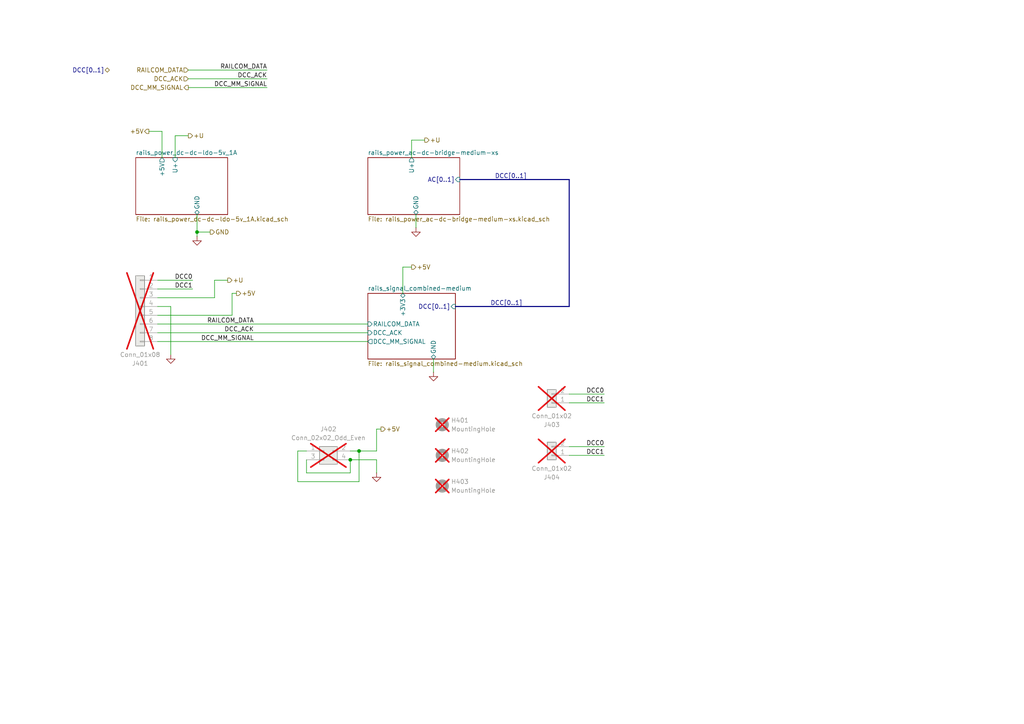
<source format=kicad_sch>
(kicad_sch (version 20231120) (generator "eeschema") (generator_version "8.0")
  (paper "A4")
  (title_block (title "xDuinoRail - RailcomDecoder - Development Kit \"Hermes\"") (date "2024-12-16") (rev "v0.1") (company "Chatelain Engineering, Bern - CH"))
  (lib_symbols
    (symbol "Connector_Generic:Conn_01x02" (pin_names (offset 1.016) hide)
      (property "Reference" "J" (at 0 2.54 0))
      (property "Value" "Conn_01x02" (at 0 -5.08 0))
      (symbol "Conn_01x02_1_1"
        (rectangle (start -1.27 -2.413) (end 0 -2.667) (stroke (width 0.1524)))
        (rectangle (start -1.27 0.127) (end 0 -0.127) (stroke (width 0.1524)))
        (rectangle (start -1.27 1.27) (end 1.27 -3.81) (stroke (width 0.254)) (fill (type background)))
        (pin passive line (at -5.08 0 0) (length 3.81) (name "Pin_1") (number "1"))
        (pin passive line (at -5.08 -2.54 0) (length 3.81) (name "Pin_2") (number "2"))
      )
    )
    (symbol "Connector_Generic:Conn_01x08" (pin_names (offset 1.016) hide)
      (property "Reference" "J" (at 0 10.16 0))
      (property "Value" "Conn_01x08" (at 0 -12.7 0))
      (symbol "Conn_01x08_1_1"
        (rectangle (start -1.27 -10.033) (end 0 -10.287) (stroke (width 0.1524)))
        (rectangle (start -1.27 -7.493) (end 0 -7.747) (stroke (width 0.1524)))
        (rectangle (start -1.27 -4.953) (end 0 -5.207) (stroke (width 0.1524)))
        (rectangle (start -1.27 -2.413) (end 0 -2.667) (stroke (width 0.1524)))
        (rectangle (start -1.27 0.127) (end 0 -0.127) (stroke (width 0.1524)))
        (rectangle (start -1.27 2.667) (end 0 2.413) (stroke (width 0.1524)))
        (rectangle (start -1.27 5.207) (end 0 4.953) (stroke (width 0.1524)))
        (rectangle (start -1.27 7.747) (end 0 7.493) (stroke (width 0.1524)))
        (rectangle (start -1.27 8.89) (end 1.27 -11.43) (stroke (width 0.254)) (fill (type background)))
        (pin passive line (at -5.08 7.62 0) (length 3.81) (name "Pin_1") (number "1"))
        (pin passive line (at -5.08 5.08 0) (length 3.81) (name "Pin_2") (number "2"))
        (pin passive line (at -5.08 2.54 0) (length 3.81) (name "Pin_3") (number "3"))
        (pin passive line (at -5.08 0 0) (length 3.81) (name "Pin_4") (number "4"))
        (pin passive line (at -5.08 -2.54 0) (length 3.81) (name "Pin_5") (number "5"))
        (pin passive line (at -5.08 -5.08 0) (length 3.81) (name "Pin_6") (number "6"))
        (pin passive line (at -5.08 -7.62 0) (length 3.81) (name "Pin_7") (number "7"))
        (pin passive line (at -5.08 -10.16 0) (length 3.81) (name "Pin_8") (number "8"))
      )
    )
    (symbol "Connector_Generic:Conn_02x02_Odd_Even" (pin_names (offset 1.016) hide)
      (property "Reference" "J" (at 1.27 2.54 0))
      (property "Value" "Conn_02x02_Odd_Even" (at 1.27 -5.08 0))
      (symbol "Conn_02x02_Odd_Even_1_1"
        (rectangle (start -1.27 -2.413) (end 0 -2.667) (stroke (width 0.1524)))
        (rectangle (start -1.27 0.127) (end 0 -0.127) (stroke (width 0.1524)))
        (rectangle (start -1.27 1.27) (end 3.81 -3.81) (stroke (width 0.254)) (fill (type background)))
        (rectangle (start 3.81 -2.413) (end 2.54 -2.667) (stroke (width 0.1524)))
        (rectangle (start 3.81 0.127) (end 2.54 -0.127) (stroke (width 0.1524)))
        (pin passive line (at -5.08 0 0) (length 3.81) (name "Pin_1") (number "1"))
        (pin passive line (at 7.62 0 180) (length 3.81) (name "Pin_2") (number "2"))
        (pin passive line (at -5.08 -2.54 0) (length 3.81) (name "Pin_3") (number "3"))
        (pin passive line (at 7.62 -2.54 180) (length 3.81) (name "Pin_4") (number "4"))
      )
    )
    (symbol "Mechanical:MountingHole" (pin_names (offset 1.016)) (exclude_from_sim yes) (in_bom no)
      (property "Reference" "H" (at 0 5.08 0))
      (property "Value" "MountingHole" (at 0 3.175 0))
      (symbol "MountingHole_0_1"
        (circle (center 0 0) (radius 1.27) (stroke (width 1.27)))
      )
    )
    (symbol "power:GND" (power) (pin_numbers hide) (pin_names (offset 0) hide)
      (property "Value" "GND" (at 0 -3.81 0))
      (symbol "GND_0_1"
        (polyline (pts (xy 0 0) (xy 0 -1.27) (xy 1.27 -1.27) (xy 0 -2.54) (xy -1.27 -1.27) (xy 0 -1.27)))
      )
      (symbol "GND_1_1"
        (pin power_in line (at 0 0 270) (length 0) (name "~") (number "1"))
      )
    )
  )
  (junction (at 57.15 67.31))
  (junction (at 104.14 130.81))
  (junction (at 101.6 133.35))
  (bus (pts (xy 133.35 52.07) (xy 165.1 52.07)))
  (wire (pts (xy 165.1 129.54) (xy 175.26 129.54)))
  (wire (pts (xy 45.72 96.52) (xy 106.68 96.52)))
  (wire (pts (xy 123.19 40.64) (xy 119.38 40.64)))
  (wire (pts (xy 57.15 67.31) (xy 57.15 68.58)))
  (wire (pts (xy 119.38 40.64) (xy 119.38 45.72)))
  (wire (pts (xy 49.53 88.9) (xy 49.53 102.87)))
  (wire (pts (xy 45.72 86.36) (xy 62.23 86.36)))
  (wire (pts (xy 54.61 20.32) (xy 77.47 20.32)))
  (wire (pts (xy 109.22 133.35) (xy 109.22 137.16)))
  (wire (pts (xy 43.18 38.1) (xy 46.99 38.1)))
  (wire (pts (xy 104.14 139.7) (xy 104.14 130.81)))
  (wire (pts (xy 110.49 124.46) (xy 109.22 124.46)))
  (wire (pts (xy 45.72 81.28) (xy 55.88 81.28)))
  (wire (pts (xy 45.72 91.44) (xy 67.31 91.44)))
  (wire (pts (xy 45.72 93.98) (xy 106.68 93.98)))
  (wire (pts (xy 60.96 67.31) (xy 57.15 67.31)))
  (wire (pts (xy 101.6 130.81) (xy 104.14 130.81)))
  (wire (pts (xy 109.22 124.46) (xy 109.22 130.81)))
  (wire (pts (xy 45.72 83.82) (xy 55.88 83.82)))
  (wire (pts (xy 54.61 22.86) (xy 77.47 22.86)))
  (bus (pts (xy 165.1 52.07) (xy 165.1 88.9)))
  (wire (pts (xy 104.14 130.81) (xy 109.22 130.81)))
  (wire (pts (xy 62.23 81.28) (xy 62.23 86.36)))
  (wire (pts (xy 119.38 77.47) (xy 116.84 77.47)))
  (wire (pts (xy 101.6 133.35) (xy 109.22 133.35)))
  (wire (pts (xy 45.72 99.06) (xy 106.68 99.06)))
  (wire (pts (xy 165.1 132.08) (xy 175.26 132.08)))
  (wire (pts (xy 165.1 114.3) (xy 175.26 114.3)))
  (wire (pts (xy 67.31 85.09) (xy 67.31 91.44)))
  (wire (pts (xy 50.8 39.37) (xy 50.8 45.72)))
  (bus (pts (xy 132.08 88.9) (xy 165.1 88.9)))
  (wire (pts (xy 45.72 88.9) (xy 49.53 88.9)))
  (wire (pts (xy 54.61 39.37) (xy 50.8 39.37)))
  (wire (pts (xy 66.04 81.28) (xy 62.23 81.28)))
  (wire (pts (xy 86.36 130.81) (xy 86.36 139.7)))
  (wire (pts (xy 120.65 62.23) (xy 120.65 66.04)))
  (wire (pts (xy 165.1 116.84) (xy 175.26 116.84)))
  (wire (pts (xy 88.9 133.35) (xy 88.9 137.16)))
  (wire (pts (xy 125.73 104.14) (xy 125.73 107.95)))
  (wire (pts (xy 88.9 137.16) (xy 101.6 137.16)))
  (wire (pts (xy 54.61 25.4) (xy 77.47 25.4)))
  (wire (pts (xy 86.36 139.7) (xy 104.14 139.7)))
  (wire (pts (xy 86.36 130.81) (xy 88.9 130.81)))
  (wire (pts (xy 46.99 38.1) (xy 46.99 45.72)))
  (wire (pts (xy 116.84 77.47) (xy 116.84 85.09)))
  (wire (pts (xy 57.15 62.23) (xy 57.15 67.31)))
  (wire (pts (xy 68.58 85.09) (xy 67.31 85.09)))
  (wire (pts (xy 101.6 137.16) (xy 101.6 133.35)))
  (label "DCC1" (at 175.26 116.84 180))
  (label "RAILCOM_DATA" (at 77.47 20.32 180))
  (label "DCC_ACK" (at 77.47 22.86 180))
  (label "DCC0" (at 175.26 129.54 180))
  (label "DCC1" (at 175.26 132.08 180))
  (label "DCC0" (at 55.88 81.28 180))
  (label "DCC[0..1]" (at 142.24 88.9 0))
  (label "DCC[0..1]" (at 143.51 52.07 0))
  (label "DCC_ACK" (at 73.66 96.52 180))
  (label "DCC0" (at 175.26 114.3 180))
  (label "DCC1" (at 55.88 83.82 180))
  (label "DCC_MM_SIGNAL" (at 77.47 25.4 180))
  (label "RAILCOM_DATA" (at 73.66 93.98 180))
  (label "DCC_MM_SIGNAL" (at 73.66 99.06 180))
  (hierarchical_label "+5V" (shape output) (at 110.49 124.46 0))
  (hierarchical_label "+5V" (shape output) (at 119.38 77.47 0))
  (hierarchical_label "RAILCOM_DATA" (shape input) (at 54.61 20.32 180))
  (hierarchical_label "+5V" (shape output) (at 68.58 85.09 0))
  (hierarchical_label "DCC[0..1]" (shape bidirectional) (at 31.75 20.32 180))
  (hierarchical_label "DCC_MM_SIGNAL" (shape output) (at 54.61 25.4 180))
  (hierarchical_label "DCC_ACK" (shape input) (at 54.61 22.86 180))
  (hierarchical_label "+5V" (shape output) (at 43.18 38.1 180))
  (hierarchical_label "+U" (shape output) (at 123.19 40.64 0))
  (hierarchical_label "+U" (shape output) (at 66.04 81.28 0))
  (hierarchical_label "GND" (shape output) (at 60.96 67.31 0))
  (hierarchical_label "+U" (shape output) (at 54.61 39.37 0))
  (symbol (lib_id "Connector_Generic:Conn_01x02") (at 160.02 132.08 180) (unit 1) (exclude_from_sim yes) (in_bom no) (on_board no) (dnp yes)
    (property "Reference" "J404" (at 160.02 138.43 0))
    (property "Value" "Conn_01x02" (at 160.02 135.89 0))
    (property "Footprint" "xDuinoRail:SolderWire-1.5sqmm_1x02_P6mm_D1.7mm_OD3mm_Relief-Logo" (effects (hide yes)))
    (property "Description" "Generic connector, single row, 01x02, script generated (kicad-library-utils/schlib/autogen/connector/)" (effects (hide yes)))
  )
  (symbol (lib_id "Mechanical:MountingHole") (at 128.27 132.08 0) (unit 1) (exclude_from_sim yes) (in_bom no) (dnp yes)
    (property "Reference" "H402" (at 130.81 130.8099 0) (effects (justify left)))
    (property "Value" "MountingHole" (at 130.81 133.3499 0) (effects (justify left)))
    (property "Footprint" "MountingHole:MountingHole_3.2mm_M3" (effects (hide yes)))
    (property "Description" "Mounting Hole without connection" (effects (hide yes)))
  )
  (symbol (lib_id "power:GND") (at 109.22 137.16 0) (unit 1)
    (property "Reference" "#PWR0403" (effects (hide yes)))
    (property "Value" "GND" (effects (hide yes)))
    (property "Description" "Power symbol creates a global label with name \"GND\" , ground" (effects (hide yes)))
  )
  (symbol (lib_id "power:GND") (at 120.65 66.04 0) (unit 1)
    (property "Reference" "#PWR0404" (effects (hide yes)))
    (property "Value" "GND" (effects (hide yes)))
    (property "Description" "Power symbol creates a global label with name \"GND\" , ground" (effects (hide yes)))
  )
  (symbol (lib_id "Mechanical:MountingHole") (at 128.27 140.97 0) (unit 1) (exclude_from_sim yes) (in_bom no) (dnp yes)
    (property "Reference" "H403" (at 130.81 139.6999 0) (effects (justify left)))
    (property "Value" "MountingHole" (at 130.81 142.2399 0) (effects (justify left)))
    (property "Footprint" "MountingHole:MountingHole_3.2mm_M3" (effects (hide yes)))
    (property "Description" "Mounting Hole without connection" (effects (hide yes)))
  )
  (symbol (lib_id "power:GND") (at 49.53 102.87 0) (unit 1)
    (property "Reference" "#PWR0401" (effects (hide yes)))
    (property "Value" "GND" (effects (hide yes)))
    (property "Description" "Power symbol creates a global label with name \"GND\" , ground" (effects (hide yes)))
  )
  (symbol (lib_id "Connector_Generic:Conn_02x02_Odd_Even") (at 93.98 130.81 0) (unit 1) (exclude_from_sim yes) (in_bom no) (dnp yes)
    (property "Reference" "J402" (at 95.25 124.46 0))
    (property "Value" "Conn_02x02_Odd_Even" (at 95.25 127 0))
    (property "Footprint" "Connector_PinHeader_2.54mm:PinHeader_2x02_P2.54mm_Vertical" (effects (hide yes)))
    (property "Description" "Generic connector, double row, 02x02, odd/even pin numbering scheme (row 1 odd numbers, row 2 even numbers), script generated (kicad-library-utils/schlib/autogen/connector/)" (effects (hide yes)))
  )
  (symbol (lib_id "power:GND") (at 57.15 68.58 0) (unit 1)
    (property "Reference" "#PWR0402" (effects (hide yes)))
    (property "Value" "GND" (effects (hide yes)))
    (property "Description" "Power symbol creates a global label with name \"GND\" , ground" (effects (hide yes)))
  )
  (symbol (lib_id "power:GND") (at 125.73 107.95 0) (unit 1)
    (property "Reference" "#PWR0405" (effects (hide yes)))
    (property "Value" "GND" (effects (hide yes)))
    (property "Description" "Power symbol creates a global label with name \"GND\" , ground" (effects (hide yes)))
  )
  (symbol (lib_id "Connector_Generic:Conn_01x02") (at 160.02 116.84 180) (unit 1) (exclude_from_sim yes) (dnp yes)
    (property "Reference" "J403" (at 160.02 123.19 0))
    (property "Value" "Conn_01x02" (at 160.02 120.65 0))
    (property "Footprint" "Connector_Phoenix_MC:PhoenixContact_MC_1,5_2-G-3.5_1x02_P3.50mm_Horizontal" (effects (hide yes)))
    (property "Description" "Generic connector, single row, 01x02, script generated (kicad-library-utils/schlib/autogen/connector/)" (effects (hide yes)))
  )
  (symbol (lib_id "Connector_Generic:Conn_01x08") (at 40.64 88.9 0) (mirror y) (unit 1) (exclude_from_sim yes) (in_bom no) (dnp yes)
    (property "Reference" "J401" (at 40.64 105.41 0))
    (property "Value" "Conn_01x08" (at 40.64 102.87 0))
    (property "Footprint" "Connector_PinHeader_2.54mm:PinHeader_1x08_P2.54mm_Vertical" (effects (hide yes)))
    (property "Description" "Generic connector, single row, 01x08, script generated (kicad-library-utils/schlib/autogen/connector/)" (effects (hide yes)))
  )
  (symbol (lib_id "Mechanical:MountingHole") (at 128.27 123.19 0) (unit 1) (exclude_from_sim yes) (in_bom no) (dnp yes)
    (property "Reference" "H401" (at 130.81 121.9199 0) (effects (justify left)))
    (property "Value" "MountingHole" (at 130.81 124.4599 0) (effects (justify left)))
    (property "Footprint" "MountingHole:MountingHole_3.2mm_M3" (effects (hide yes)))
    (property "Description" "Mounting Hole without connection" (effects (hide yes)))
  )
  (sheet (at 106.68 45.72) (size 26.67 16.51) (stroke (width 0.1524))
    (property "Sheetname" "rails_power_ac-dc-bridge-medium-xs" (at 106.68 45.0084 0) (effects (justify left bottom)))
    (property "Sheetfile" "rails_power_ac-dc-bridge-medium-xs.kicad_sch" (at 106.68 62.8146 0) (effects (justify left top)))
    (pin "U+" output (at 119.38 45.72 90))
    (pin "AC[0..1]" input (at 133.35 52.07 0))
    (pin "GND" bidirectional (at 120.65 62.23 270))
  )
  (sheet (at 39.37 45.72) (size 26.67 16.51) (stroke (width 0.1524))
    (property "Sheetname" "rails_power_dc-dc-ldo-5v_1A" (at 39.37 45.0084 0) (effects (justify left bottom)))
    (property "Sheetfile" "rails_power_dc-dc-ldo-5v_1A.kicad_sch" (at 39.37 62.8146 0) (effects (justify left top)))
    (pin "U+" input (at 50.8 45.72 90))
    (pin "GND" bidirectional (at 57.15 62.23 270))
    (pin "+5V" output (at 46.99 45.72 90))
  )
  (sheet (at 106.68 85.09) (size 25.4 19.05) (stroke (width 0.1524))
    (property "Sheetname" "rails_signal_combined-medium" (at 106.68 84.3784 0) (effects (justify left bottom)))
    (property "Sheetfile" "rails_signal_combined-medium.kicad_sch" (at 106.68 104.7246 0) (effects (justify left top)))
    (pin "DCC_MM_SIGNAL" output (at 106.68 99.06 180))
    (pin "GND" bidirectional (at 125.73 104.14 270))
    (pin "RAILCOM_DATA" input (at 106.68 93.98 180))
    (pin "DCC[0..1]" input (at 132.08 88.9 0))
    (pin "DCC_ACK" input (at 106.68 96.52 180))
    (pin "+3V3" bidirectional (at 116.84 85.09 90))
  )
)
</source>
